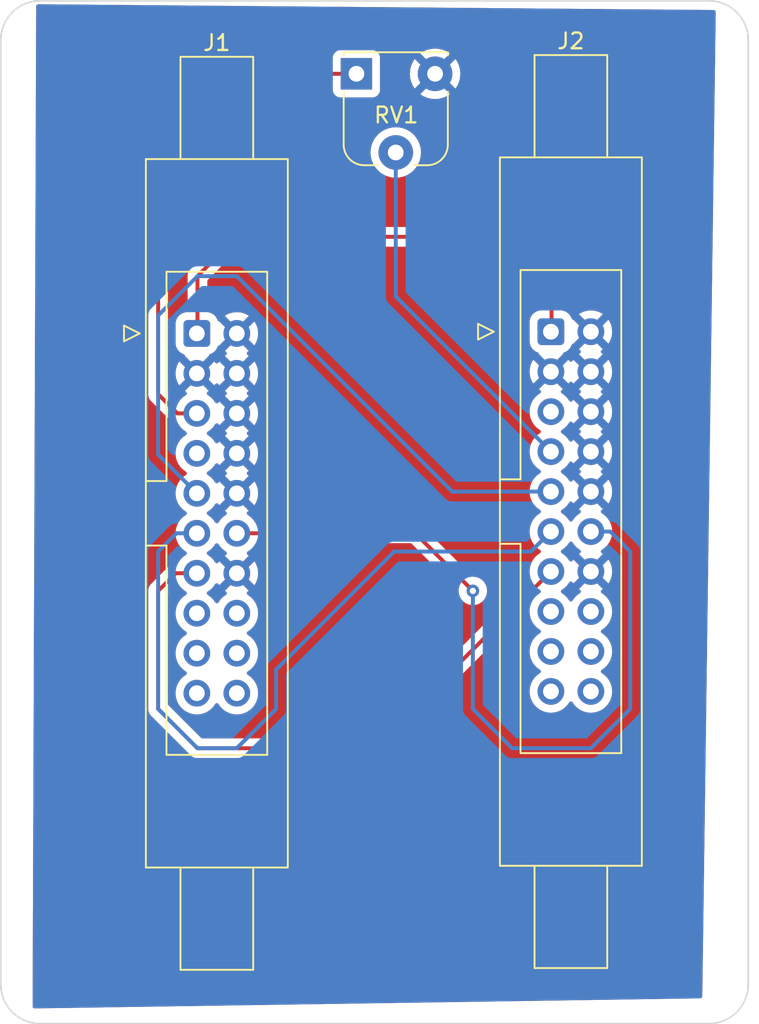
<source format=kicad_pcb>
(kicad_pcb (version 20240108) (generator "pcbnew") (generator_version "8.0")
  (layers (0 "F.Cu" signal) (1 "In1.Cu" signal) (2 "In2.Cu" signal) (31 "B.Cu" signal) (34 "B.Paste" user) (35 "F.Paste" user) (36 "B.SilkS" user "B.Silkscreen") (37 "F.SilkS" user "F.Silkscreen") (38 "B.Mask" user) (39 "F.Mask" user) (44 "Edge.Cuts" user))
  (net 0 "")
  (net 2 "GND")
  (net 5 "Net-(J1-Pin_1)")
  (net 8 "Net-(J1-Pin_11)")
  (net 11 "Net-(J1-Pin_12)")
  (net 12 "Net-(J1-Pin_5)")
  (net 13 "Net-(J1-Pin_13)")
  (net 14 "Net-(J1-Pin_9)")
  (net 16 "SWDIO")
  (footprint "Connector_IDC:IDC-Header_2x10_P2.54mm_Latch6.5mm_Vertical" (layer "F.Cu") (at 154.96 93.64)
    (property "Reference" "J1" (at 1.27 -18.47 0) (layer "F.SilkS"))
    (property "Value" "Conn_02x10_Counter_Clockwise")
    (fp_line (start -4.63 -0.5) (end -4.63 0.5) (stroke (width 0.12)) (layer "F.SilkS"))
    (fp_line (start -4.63 0.5) (end -3.63 0) (stroke (width 0.12)) (layer "F.SilkS"))
    (fp_line (start -3.63 0) (end -4.63 -0.5) (stroke (width 0.12)) (layer "F.SilkS"))
    (fp_line (start -3.24 -11.08) (end 5.78 -11.08) (stroke (width 0.12)) (layer "F.SilkS"))
    (fp_line (start -3.24 9.38) (end -1.93 9.38) (stroke (width 0.12)) (layer "F.SilkS"))
    (fp_line (start -3.24 33.94) (end -3.24 -11.08) (stroke (width 0.12)) (layer "F.SilkS"))
    (fp_line (start -1.93 -3.92) (end 4.47 -3.92) (stroke (width 0.12)) (layer "F.SilkS"))
    (fp_line (start -1.93 9.38) (end -1.93 -3.92) (stroke (width 0.12)) (layer "F.SilkS"))
    (fp_line (start -1.93 13.48) (end -3.24 13.48) (stroke (width 0.12)) (layer "F.SilkS"))
    (fp_line (start -1.93 13.48) (end -1.93 13.48) (stroke (width 0.12)) (layer "F.SilkS"))
    (fp_line (start -1.93 26.78) (end -1.93 13.48) (stroke (width 0.12)) (layer "F.SilkS"))
    (fp_line (start -1.04 -17.58) (end 3.58 -17.58) (stroke (width 0.12)) (layer "F.SilkS"))
    (fp_line (start -1.04 -11.08) (end -1.04 -17.58) (stroke (width 0.12)) (layer "F.SilkS"))
    (fp_line (start -1.04 33.94) (end -1.04 40.44) (stroke (width 0.12)) (layer "F.SilkS"))
    (fp_line (start -1.04 40.44) (end 3.58 40.44) (stroke (width 0.12)) (layer "F.SilkS"))
    (fp_line (start 3.58 -17.58) (end 3.58 -11.08) (stroke (width 0.12)) (layer "F.SilkS"))
    (fp_line (start 3.58 40.44) (end 3.58 33.94) (stroke (width 0.12)) (layer "F.SilkS"))
    (fp_line (start 4.47 -3.92) (end 4.47 26.78) (stroke (width 0.12)) (layer "F.SilkS"))
    (fp_line (start 4.47 26.78) (end -1.93 26.78) (stroke (width 0.12)) (layer "F.SilkS"))
    (fp_line (start 5.78 -11.08) (end 5.78 33.94) (stroke (width 0.12)) (layer "F.SilkS"))
    (fp_line (start 5.78 33.94) (end -3.24 33.94) (stroke (width 0.12)) (layer "F.SilkS"))
    (pad "1" thru_hole roundrect (at 0 0) (size 1.7 1.7) (drill 1) (layers "*.Cu" "*.Mask") (roundrect_rratio 0.147059) (net 5 "Net-(J1-Pin_1)"))
    (pad "2" thru_hole circle (at 2.54 0) (size 1.7 1.7) (drill 1) (layers "*.Cu" "*.Mask") (net 2 "GND"))
    (pad "3" thru_hole circle (at 0 2.54) (size 1.7 1.7) (drill 1) (layers "*.Cu" "*.Mask") (net 2 "GND"))
    (pad "4" thru_hole circle (at 2.54 2.54) (size 1.7 1.7) (drill 1) (layers "*.Cu" "*.Mask") (net 2 "GND"))
    (pad "5" thru_hole circle (at 0 5.08) (size 1.7 1.7) (drill 1) (layers "*.Cu" "*.Mask") (net 12 "Net-(J1-Pin_5)"))
    (pad "6" thru_hole circle (at 2.54 5.08) (size 1.7 1.7) (drill 1) (layers "*.Cu" "*.Mask") (net 2 "GND"))
    (pad "7" thru_hole circle (at 0 7.62) (size 1.7 1.7) (drill 1) (layers "*.Cu" "*.Mask"))
    (pad "8" thru_hole circle (at 2.54 7.62) (size 1.7 1.7) (drill 1) (layers "*.Cu" "*.Mask") (net 2 "GND"))
    (pad "9" thru_hole circle (at 0 10.16) (size 1.7 1.7) (drill 1) (layers "*.Cu" "*.Mask") (net 14 "Net-(J1-Pin_9)"))
    (pad "10" thru_hole circle (at 2.54 10.16) (size 1.7 1.7) (drill 1) (layers "*.Cu" "*.Mask") (net 2 "GND"))
    (pad "11" thru_hole circle (at 0 12.7) (size 1.7 1.7) (drill 1) (layers "*.Cu" "*.Mask") (net 8 "Net-(J1-Pin_11)"))
    (pad "12" thru_hole circle (at 2.54 12.7) (size 1.7 1.7) (drill 1) (layers "*.Cu" "*.Mask") (net 11 "Net-(J1-Pin_12)"))
    (pad "13" thru_hole circle (at 0 15.24) (size 1.7 1.7) (drill 1) (layers "*.Cu" "*.Mask") (net 13 "Net-(J1-Pin_13)"))
    (pad "14" thru_hole circle (at 2.54 15.24) (size 1.7 1.7) (drill 1) (layers "*.Cu" "*.Mask") (net 2 "GND"))
    (pad "15" thru_hole circle (at 0 17.78) (size 1.7 1.7) (drill 1) (layers "*.Cu" "*.Mask"))
    (pad "16" thru_hole circle (at 2.54 17.78) (size 1.7 1.7) (drill 1) (layers "*.Cu" "*.Mask"))
    (pad "17" thru_hole circle (at 0 20.32) (size 1.7 1.7) (drill 1) (layers "*.Cu" "*.Mask"))
    (pad "18" thru_hole circle (at 2.54 20.32) (size 1.7 1.7) (drill 1) (layers "*.Cu" "*.Mask"))
    (pad "19" thru_hole circle (at 0 22.86) (size 1.7 1.7) (drill 1) (layers "*.Cu" "*.Mask"))
    (pad "20" thru_hole circle (at 2.54 22.86) (size 1.7 1.7) (drill 1) (layers "*.Cu" "*.Mask"))
  )
  (footprint "Connector_IDC:IDC-Header_2x10_P2.54mm_Latch6.5mm_Vertical" (layer "F.Cu") (at 177.46 93.53)
    (property "Reference" "J2" (at 1.27 -18.47 0) (layer "F.SilkS"))
    (property "Value" "Conn_02x10_Counter_Clockwise")
    (fp_line (start -4.63 -0.5) (end -4.63 0.5) (stroke (width 0.12)) (layer "F.SilkS"))
    (fp_line (start -4.63 0.5) (end -3.63 0) (stroke (width 0.12)) (layer "F.SilkS"))
    (fp_line (start -3.63 0) (end -4.63 -0.5) (stroke (width 0.12)) (layer "F.SilkS"))
    (fp_line (start -3.24 -11.08) (end 5.78 -11.08) (stroke (width 0.12)) (layer "F.SilkS"))
    (fp_line (start -3.24 9.38) (end -1.93 9.38) (stroke (width 0.12)) (layer "F.SilkS"))
    (fp_line (start -3.24 33.94) (end -3.24 -11.08) (stroke (width 0.12)) (layer "F.SilkS"))
    (fp_line (start -1.93 -3.92) (end 4.47 -3.92) (stroke (width 0.12)) (layer "F.SilkS"))
    (fp_line (start -1.93 9.38) (end -1.93 -3.92) (stroke (width 0.12)) (layer "F.SilkS"))
    (fp_line (start -1.93 13.48) (end -3.24 13.48) (stroke (width 0.12)) (layer "F.SilkS"))
    (fp_line (start -1.93 13.48) (end -1.93 13.48) (stroke (width 0.12)) (layer "F.SilkS"))
    (fp_line (start -1.93 26.78) (end -1.93 13.48) (stroke (width 0.12)) (layer "F.SilkS"))
    (fp_line (start -1.04 -17.58) (end 3.58 -17.58) (stroke (width 0.12)) (layer "F.SilkS"))
    (fp_line (start -1.04 -11.08) (end -1.04 -17.58) (stroke (width 0.12)) (layer "F.SilkS"))
    (fp_line (start -1.04 33.94) (end -1.04 40.44) (stroke (width 0.12)) (layer "F.SilkS"))
    (fp_line (start -1.04 40.44) (end 3.58 40.44) (stroke (width 0.12)) (layer "F.SilkS"))
    (fp_line (start 3.58 -17.58) (end 3.58 -11.08) (stroke (width 0.12)) (layer "F.SilkS"))
    (fp_line (start 3.58 40.44) (end 3.58 33.94) (stroke (width 0.12)) (layer "F.SilkS"))
    (fp_line (start 4.47 -3.92) (end 4.47 26.78) (stroke (width 0.12)) (layer "F.SilkS"))
    (fp_line (start 4.47 26.78) (end -1.93 26.78) (stroke (width 0.12)) (layer "F.SilkS"))
    (fp_line (start 5.78 -11.08) (end 5.78 33.94) (stroke (width 0.12)) (layer "F.SilkS"))
    (fp_line (start 5.78 33.94) (end -3.24 33.94) (stroke (width 0.12)) (layer "F.SilkS"))
    (pad "1" thru_hole roundrect (at 0 0) (size 1.7 1.7) (drill 1) (layers "*.Cu" "*.Mask") (roundrect_rratio 0.147059) (net 5 "Net-(J1-Pin_1)"))
    (pad "2" thru_hole circle (at 2.54 0) (size 1.7 1.7) (drill 1) (layers "*.Cu" "*.Mask") (net 2 "GND"))
    (pad "3" thru_hole circle (at 0 2.54) (size 1.7 1.7) (drill 1) (layers "*.Cu" "*.Mask") (net 2 "GND"))
    (pad "4" thru_hole circle (at 2.54 2.54) (size 1.7 1.7) (drill 1) (layers "*.Cu" "*.Mask") (net 2 "GND"))
    (pad "5" thru_hole circle (at 0 5.08) (size 1.7 1.7) (drill 1) (layers "*.Cu" "*.Mask"))
    (pad "6" thru_hole circle (at 2.54 5.08) (size 1.7 1.7) (drill 1) (layers "*.Cu" "*.Mask") (net 2 "GND"))
    (pad "7" thru_hole circle (at 0 7.62) (size 1.7 1.7) (drill 1) (layers "*.Cu" "*.Mask") (net 16 "SWDIO"))
    (pad "8" thru_hole circle (at 2.54 7.62) (size 1.7 1.7) (drill 1) (layers "*.Cu" "*.Mask") (net 2 "GND"))
    (pad "9" thru_hole circle (at 0 10.16) (size 1.7 1.7) (drill 1) (layers "*.Cu" "*.Mask") (net 14 "Net-(J1-Pin_9)"))
    (pad "10" thru_hole circle (at 2.54 10.16) (size 1.7 1.7) (drill 1) (layers "*.Cu" "*.Mask") (net 2 "GND"))
    (pad "11" thru_hole circle (at 0 12.7) (size 1.7 1.7) (drill 1) (layers "*.Cu" "*.Mask") (net 8 "Net-(J1-Pin_11)"))
    (pad "12" thru_hole circle (at 2.54 12.7) (size 1.7 1.7) (drill 1) (layers "*.Cu" "*.Mask") (net 11 "Net-(J1-Pin_12)"))
    (pad "13" thru_hole circle (at 0 15.24) (size 1.7 1.7) (drill 1) (layers "*.Cu" "*.Mask") (net 13 "Net-(J1-Pin_13)"))
    (pad "14" thru_hole circle (at 2.54 15.24) (size 1.7 1.7) (drill 1) (layers "*.Cu" "*.Mask") (net 2 "GND"))
    (pad "15" thru_hole circle (at 0 17.78) (size 1.7 1.7) (drill 1) (layers "*.Cu" "*.Mask"))
    (pad "16" thru_hole circle (at 2.54 17.78) (size 1.7 1.7) (drill 1) (layers "*.Cu" "*.Mask"))
    (pad "17" thru_hole circle (at 0 20.32) (size 1.7 1.7) (drill 1) (layers "*.Cu" "*.Mask"))
    (pad "18" thru_hole circle (at 2.54 20.32) (size 1.7 1.7) (drill 1) (layers "*.Cu" "*.Mask"))
    (pad "19" thru_hole circle (at 0 22.86) (size 1.7 1.7) (drill 1) (layers "*.Cu" "*.Mask"))
    (pad "20" thru_hole circle (at 2.54 22.86) (size 1.7 1.7) (drill 1) (layers "*.Cu" "*.Mask"))
  )
  (footprint "PCM_SL_Devices:Potentiometer_RM065" (layer "F.Cu") (at 167.63 79.17)
    (property "Reference" "RV1" (at 0 0.6 0) (layer "F.SilkS"))
    (property "Value" "potentiometer_RM065")
    (fp_line (start -3.34 -3.4) (end -3.34 -3.2) (stroke (width 0.12)) (layer "F.SilkS"))
    (fp_line (start -3.34 -3.4) (end 3.28 -3.4) (stroke (width 0.12)) (layer "F.SilkS"))
    (fp_line (start -3.34 2.47) (end -3.34 -0.9) (stroke (width 0.12)) (layer "F.SilkS"))
    (fp_line (start -1.2 3.78) (end -2.03 3.78) (stroke (width 0.12)) (layer "F.SilkS"))
    (fp_line (start 1.97 3.78) (end 1.1 3.78) (stroke (width 0.12)) (layer "F.SilkS"))
    (fp_line (start 3.28 -3.4) (end 3.28 -3.2) (stroke (width 0.12)) (layer "F.SilkS"))
    (fp_line (start 3.28 -0.9) (end 3.28 2.47) (stroke (width 0.12)) (layer "F.SilkS"))
    (fp_arc (start -2.03 3.78) (mid -2.95631 3.39631) (end -3.34 2.47) (stroke (width 0.12)) (layer "F.SilkS"))
    (fp_arc (start 3.28 2.47) (mid 2.89631 3.39631) (end 1.97 3.78) (stroke (width 0.12)) (layer "F.SilkS"))
    (pad "1" thru_hole rect (at -2.53 -2.03) (size 2 2) (drill 1) (layers "*.Cu" "*.Mask") (net 12 "Net-(J1-Pin_5)"))
    (pad "2" thru_hole circle (at -0.03 2.97) (size 2.2 2.2) (drill 1) (layers "*.Cu" "*.Mask") (net 16 "SWDIO"))
    (pad "3" thru_hole circle (at 2.47 -2.03) (size 2.2 2.2) (drill 1) (layers "*.Cu" "*.Mask") (net 2 "GND"))
  )
  (gr_arc (start 190 135) (mid 189.267767 136.767767) (end 187.5 137.5) (stroke (width 0.1)) (layer "Edge.Cuts"))
  (gr_line (start 190 135) (end 190 75) (stroke (width 0.1)) (layer "Edge.Cuts"))
  (gr_line (start 187.5 72.5) (end 145 72.5) (stroke (width 0.1)) (layer "Edge.Cuts"))
  (gr_arc (start 142.5 75) (mid 143.232233 73.232233) (end 145 72.5) (stroke (width 0.1)) (layer "Edge.Cuts"))
  (gr_line (start 142.5 75) (end 142.5 135) (stroke (width 0.1)) (layer "Edge.Cuts"))
  (gr_arc (start 187.5 72.5) (mid 189.267767 73.232233) (end 190 75) (stroke (width 0.1)) (layer "Edge.Cuts"))
  (gr_line (start 145 137.5) (end 187.5 137.5) (stroke (width 0.1)) (layer "Edge.Cuts"))
  (gr_arc (start 145 137.5) (mid 143.232233 136.767767) (end 142.5 135) (stroke (width 0.1)) (layer "Edge.Cuts"))
  (segment (start 177.5 90) (end 177.5 93.49) (width 0.25) (layer "F.Cu") (net 5))
  (segment (start 157.5 87.5) (end 175 87.5) (width 0.25) (layer "F.Cu") (net 5))
  (segment (start 155 93.6) (end 155 90) (width 0.25) (layer "F.Cu") (net 5))
  (segment (start 177.5 93.49) (end 177.46 93.53) (width 0.25) (layer "F.Cu") (net 5))
  (segment (start 155 90) (end 157.5 87.5) (width 0.25) (layer "F.Cu") (net 5))
  (segment (start 154.96 93.64) (end 155 93.6) (width 0.25) (layer "F.Cu") (net 5))
  (segment (start 175 87.5) (end 177.5 90) (width 0.25) (layer "F.Cu") (net 5))
  (segment (start 152.5 107.5) (end 153.66 106.34) (width 0.25) (layer "B.Cu") (net 8))
  (segment (start 167.5 107.5) (end 160 115) (width 0.25) (layer "B.Cu") (net 8))
  (segment (start 176.19 107.5) (end 167.5 107.5) (width 0.25) (layer "B.Cu") (net 8))
  (segment (start 155 120) (end 152.5 117.5) (width 0.25) (layer "B.Cu") (net 8))
  (segment (start 160 117.5) (end 157.5 120) (width 0.25) (layer "B.Cu") (net 8))
  (segment (start 160 115) (end 160 117.5) (width 0.25) (layer "B.Cu") (net 8))
  (segment (start 153.66 106.34) (end 154.96 106.34) (width 0.25) (layer "B.Cu") (net 8))
  (segment (start 152.5 117.5) (end 152.5 107.5) (width 0.25) (layer "B.Cu") (net 8))
  (segment (start 177.46 106.23) (end 176.19 107.5) (width 0.25) (layer "B.Cu") (net 8))
  (segment (start 157.5 120) (end 155 120) (width 0.25) (layer "B.Cu") (net 8))
  (segment (start 157.5 106.34) (end 168.84 106.34) (width 0.25) (layer "F.Cu") (net 11))
  (segment (start 168.84 106.34) (end 172.5 110) (width 0.25) (layer "F.Cu") (net 11))
  (via (at 172.5 110) (size 0.8) (drill 0.4) (layers "F.Cu" "B.Cu") (net 11))
  (segment (start 180 106.23) (end 181.23 106.23) (width 0.25) (layer "B.Cu") (net 11))
  (segment (start 180 120) (end 182.5 117.5) (width 0.25) (layer "B.Cu") (net 11))
  (segment (start 181.23 106.23) (end 182.5 107.5) (width 0.25) (layer "B.Cu") (net 11))
  (segment (start 172.5 117.5) (end 175 120) (width 0.25) (layer "B.Cu") (net 11))
  (segment (start 172.5 110) (end 172.5 117.5) (width 0.25) (layer "B.Cu") (net 11))
  (segment (start 175 120) (end 180 120) (width 0.25) (layer "B.Cu") (net 11))
  (segment (start 182.5 117.5) (end 182.5 107.5) (width 0.25) (layer "B.Cu") (net 11))
  (segment (start 162.86 77.14) (end 165.1 77.14) (width 0.25) (layer "F.Cu") (net 12))
  (segment (start 154.96 98.72) (end 153.72 98.72) (width 0.25) (layer "F.Cu") (net 12))
  (segment (start 152.5 87.5) (end 162.86 77.14) (width 0.25) (layer "F.Cu") (net 12))
  (segment (start 152.5 97.5) (end 152.5 87.5) (width 0.25) (layer "F.Cu") (net 12))
  (segment (start 153.72 98.72) (end 152.5 97.5) (width 0.25) (layer "F.Cu") (net 12))
  (segment (start 166.23 120) (end 177.46 108.77) (width 0.25) (layer "F.Cu") (net 13))
  (segment (start 152.5 110) (end 152.5 117.5) (width 0.25) (layer "F.Cu") (net 13))
  (segment (start 153.62 108.88) (end 152.5 110) (width 0.25) (layer "F.Cu") (net 13))
  (segment (start 154.96 108.88) (end 153.62 108.88) (width 0.25) (layer "F.Cu") (net 13))
  (segment (start 155 120) (end 166.23 120) (width 0.25) (layer "F.Cu") (net 13))
  (segment (start 152.5 117.5) (end 155 120) (width 0.25) (layer "F.Cu") (net 13))
  (segment (start 154.96 103.8) (end 152.5 101.34) (width 0.25) (layer "B.Cu") (net 14))
  (segment (start 171.19 103.69) (end 177.46 103.69) (width 0.25) (layer "B.Cu") (net 14))
  (segment (start 152.5 92.5) (end 155 90) (width 0.25) (layer "B.Cu") (net 14))
  (segment (start 157.5 90) (end 171.19 103.69) (width 0.25) (layer "B.Cu") (net 14))
  (segment (start 152.5 101.34) (end 152.5 92.5) (width 0.25) (layer "B.Cu") (net 14))
  (segment (start 155 90) (end 157.5 90) (width 0.25) (layer "B.Cu") (net 14))
  (segment (start 167.6 91.29) (end 177.46 101.15) (width 0.25) (layer "B.Cu") (net 16))
  (segment (start 167.6 82.14) (end 167.6 91.29) (width 0.25) (layer "B.Cu") (net 16))
  (zone (net 2) (net_name "GND") (layers "F&B.Cu") (connect_pads (clearance 0.5)) (min_thickness 0.25) (fill yes (thermal_gap 0.5) (thermal_bridge_width 0.5))
    (polygon (pts (xy 187.935423 73.08853) (xy 144.751684 72.72107) (xy 144.522111 136.534883) (xy 187.078508 135.890468)))
  )
)
</source>
